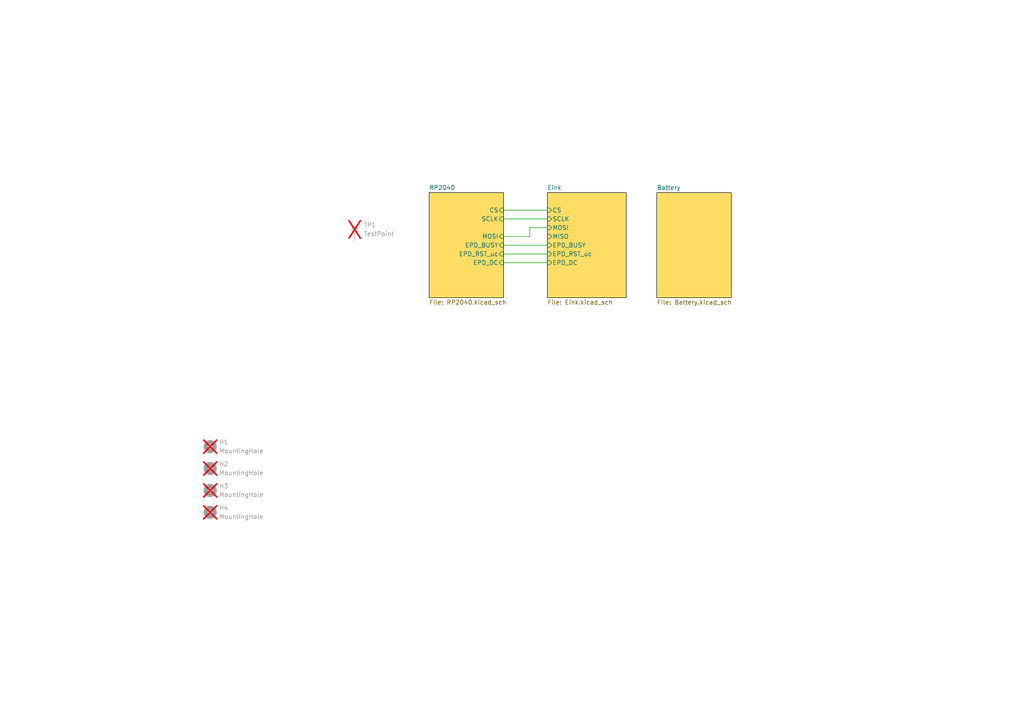
<source format=kicad_sch>
(kicad_sch (version 20231120) (generator "eeschema") (generator_version "8.0")
  (paper "A4")
  (lib_symbols
    (symbol "Connector:TestPoint" (pin_numbers hide) (pin_names (offset 0.762) hide)
      (property "Reference" "TP" (at 0 6.858 0))
      (property "Value" "TestPoint" (at 0 5.08 0))
      (symbol "TestPoint_0_1"
        (circle (center 0 3.302) (radius 0.762))
      )
      (symbol "TestPoint_1_1"
        (pin passive line (at 0 0 90) (length 2.54) (name "1") (number "1"))
      )
    )
    (symbol "Mechanical:MountingHole" (pin_names (offset 1.016)) (exclude_from_sim yes) (in_bom no)
      (property "Reference" "H" (at 0 5.08 0))
      (property "Value" "MountingHole" (at 0 3.175 0))
      (symbol "MountingHole_0_1"
        (circle (center 0 0) (radius 1.27) (stroke (width 1.27)))
      )
    )
  )
  (wire (pts (xy 146.05 76.2) (xy 158.75 76.2)))
  (wire (pts (xy 146.05 71.12) (xy 158.75 71.12)))
  (wire (pts (xy 146.05 63.5) (xy 158.75 63.5)))
  (wire (pts (xy 153.67 66.04) (xy 158.75 66.04)))
  (wire (pts (xy 146.05 60.96) (xy 158.75 60.96)))
  (wire (pts (xy 146.05 73.66) (xy 158.75 73.66)))
  (wire (pts (xy 146.05 68.58) (xy 153.67 68.58)))
  (wire (pts (xy 153.67 68.58) (xy 153.67 66.04)))
  (symbol (lib_id "Mechanical:MountingHole") (at 60.96 135.89 0) (unit 1) (exclude_from_sim yes) (in_bom no) (dnp yes)
    (property "Reference" "H2" (at 63.5 134.6199 0) (effects (justify left)))
    (property "Value" "MountingHole" (at 63.5 137.1599 0) (effects (justify left)))
    (property "Footprint" "MountingHole:MountingHole_2.1mm" (effects (hide yes)))
    (property "Description" "Mounting Hole without connection" (effects (hide yes)))
  )
  (symbol (lib_id "Mechanical:MountingHole") (at 60.96 142.24 0) (unit 1) (exclude_from_sim yes) (in_bom no) (dnp yes)
    (property "Reference" "H3" (at 63.5 140.9699 0) (effects (justify left)))
    (property "Value" "MountingHole" (at 63.5 143.5099 0) (effects (justify left)))
    (property "Footprint" "MountingHole:MountingHole_2.1mm" (effects (hide yes)))
    (property "Description" "Mounting Hole without connection" (effects (hide yes)))
  )
  (symbol (lib_id "Connector:TestPoint") (at 102.87 69.85 0) (unit 1) (dnp yes)
    (property "Reference" "TP1" (at 105.41 65.2779 0) (effects (justify left)))
    (property "Value" "TestPoint" (at 105.41 67.8179 0) (effects (justify left)))
    (property "Footprint" "Brammm:display" (effects (hide yes)))
    (property "Description" "test point" (effects (hide yes)))
    (property "MPN" "dnf" (effects (hide yes)))
  )
  (symbol (lib_id "Mechanical:MountingHole") (at 60.96 148.59 0) (unit 1) (exclude_from_sim yes) (in_bom no) (dnp yes)
    (property "Reference" "H4" (at 63.5 147.3199 0) (effects (justify left)))
    (property "Value" "MountingHole" (at 63.5 149.8599 0) (effects (justify left)))
    (property "Footprint" "MountingHole:MountingHole_2.1mm" (effects (hide yes)))
    (property "Description" "Mounting Hole without connection" (effects (hide yes)))
  )
  (symbol (lib_id "Mechanical:MountingHole") (at 60.96 129.54 0) (unit 1) (exclude_from_sim yes) (in_bom no) (dnp yes)
    (property "Reference" "H1" (at 63.5 128.2699 0) (effects (justify left)))
    (property "Value" "MountingHole" (at 63.5 130.8099 0) (effects (justify left)))
    (property "Footprint" "MountingHole:MountingHole_2.1mm" (effects (hide yes)))
    (property "Description" "Mounting Hole without connection" (effects (hide yes)))
  )
  (sheet (at 124.46 55.88) (size 21.59 30.48) (stroke (width 0.1524) (color 0 0 0 1)) (fill (color 255 221 101 1.0000))
    (property "Sheetname" "RP2040" (at 124.46 55.1684 0) (effects (justify left bottom)))
    (property "Sheetfile" "RP2040.kicad_sch" (at 124.46 86.9446 0) (effects (justify left top)))
    (pin "CS" input (at 146.05 60.96 0))
    (pin "SCLK" input (at 146.05 63.5 0))
    (pin "MOSI" input (at 146.05 68.58 0))
    (pin "EPD_DC" input (at 146.05 76.2 0))
    (pin "EPD_RST_uc" input (at 146.05 73.66 0))
    (pin "EPD_BUSY" input (at 146.05 71.12 0))
  )
  (sheet (at 158.75 55.88) (size 22.86 30.48) (stroke (width 0.1524) (color 0 0 0 1)) (fill (color 255 221 101 1.0000))
    (property "Sheetname" "Eink" (at 158.75 55.1684 0) (effects (justify left bottom)))
    (property "Sheetfile" "Eink.kicad_sch" (at 158.75 86.9446 0) (effects (justify left top)))
    (pin "CS" input (at 158.75 60.96 180))
    (pin "SCLK" input (at 158.75 63.5 180))
    (pin "MOSI" input (at 158.75 66.04 180))
    (pin "MISO" input (at 158.75 68.58 180))
    (pin "EPD_BUSY" input (at 158.75 71.12 180))
    (pin "EPD_RST_uc" input (at 158.75 73.66 180))
    (pin "EPD_DC" input (at 158.75 76.2 180))
  )
  (sheet (at 190.5 55.88) (size 21.59 30.48) (stroke (width 0.1524) (color 0 0 0 1)) (fill (color 255 221 101 1.0000))
    (property "Sheetname" "Battery" (at 190.5 55.1684 0) (effects (justify left bottom)))
    (property "Sheetfile" "Battery.kicad_sch" (at 190.5 86.9446 0) (effects (justify left top)))
  )
)
</source>
